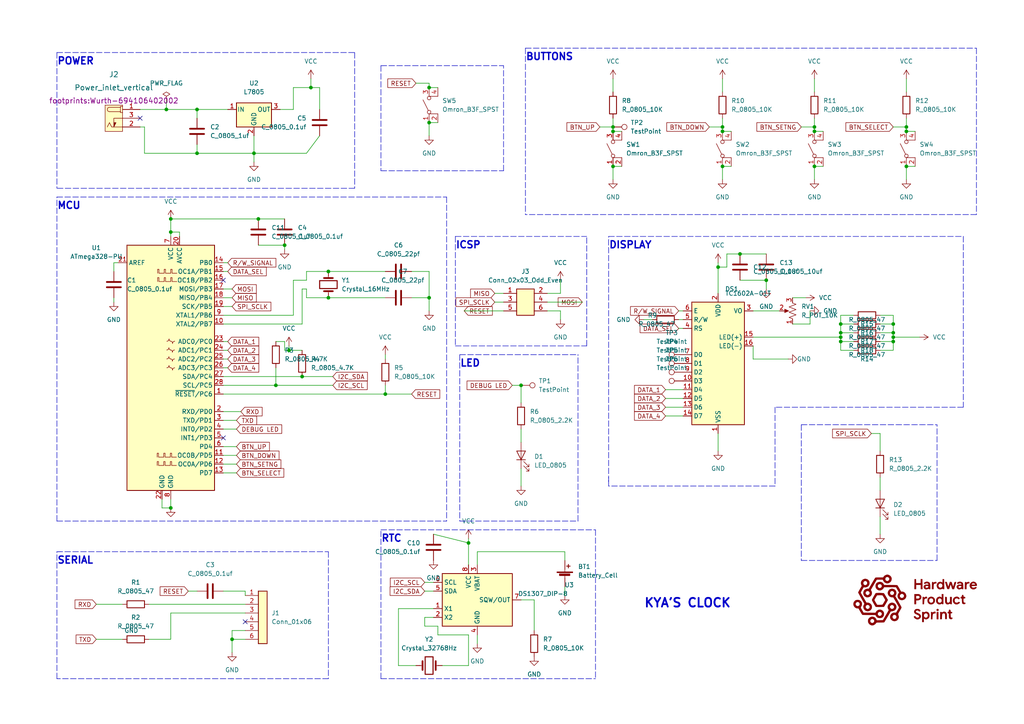
<source format=kicad_sch>
(kicad_sch (version 20211123) (generator eeschema)
  (paper "A4")
  (junction (at 259.08 97.79))
  (junction (at 135.89 157.48))
  (junction (at 262.89 38.1))
  (junction (at 243.84 99.06))
  (junction (at 48.26 31.75))
  (junction (at 49.53 63.5))
  (junction (at 83.82 101.6))
  (junction (at 209.55 48.26))
  (junction (at 236.22 36.83))
  (junction (at 90.17 25.4))
  (junction (at 87.63 109.22))
  (junction (at 259.08 99.06))
  (junction (at 74.93 63.5))
  (junction (at 236.22 48.26))
  (junction (at 177.8 38.1))
  (junction (at 49.53 147.32))
  (junction (at 236.22 38.1))
  (junction (at 124.46 35.56))
  (junction (at 177.8 36.83))
  (junction (at 209.55 36.83))
  (junction (at 67.31 185.42))
  (junction (at 259.08 96.52))
  (junction (at 262.89 36.83))
  (junction (at 243.84 93.98))
  (junction (at 82.55 71.12))
  (junction (at 243.84 96.52))
  (junction (at 80.01 111.76))
  (junction (at 243.84 97.79))
  (junction (at 124.46 25.4))
  (junction (at 177.8 48.26))
  (junction (at 95.25 78.74))
  (junction (at 222.25 81.28))
  (junction (at 111.76 114.3))
  (junction (at 57.15 31.75))
  (junction (at 73.66 44.45))
  (junction (at 57.15 44.45))
  (junction (at 259.08 93.98))
  (junction (at 124.46 86.36))
  (junction (at 214.63 73.66))
  (junction (at 262.89 48.26))
  (junction (at 95.25 86.36))
  (junction (at 49.53 67.31))
  (junction (at 208.28 77.47))
  (junction (at 209.55 38.1))
  (junction (at 151.13 111.76))
  (no_connect (at 40.64 34.29))
  (no_connect (at 71.12 180.34))
  (no_connect (at 64.77 81.28))
  (no_connect (at 64.77 127))
  (wire (pts (xy 208.28 76.2) (xy 208.28 77.47)))
  (wire (pts (xy 229.87 93.98) (xy 234.95 93.98)))
  (wire (pts (xy 209.55 22.86) (xy 209.55 26.67)))
  (wire (pts (xy 46.99 144.78) (xy 46.99 147.32)))
  (wire (pts (xy 64.77 134.62) (xy 68.58 134.62)))
  (wire (pts (xy 158.75 90.17) (xy 162.56 90.17)))
  (wire (pts (xy 208.28 77.47) (xy 208.28 85.09)))
  (wire (pts (xy 67.31 182.88) (xy 67.31 185.42)))
  (polyline (pts (xy 176.53 68.58) (xy 279.4 68.58)))
  (wire (pts (xy 88.9 81.28) (xy 88.9 78.74)))
  (wire (pts (xy 151.13 111.76) (xy 151.13 116.84)))
  (wire (pts (xy 43.18 185.42) (xy 49.53 185.42)))
  (wire (pts (xy 243.84 97.79) (xy 243.84 99.06)))
  (polyline (pts (xy 16.51 160.02) (xy 95.25 160.02)))
  (wire (pts (xy 49.53 185.42) (xy 49.53 177.8)))
  (wire (pts (xy 162.56 85.09) (xy 162.56 81.28)))
  (wire (pts (xy 41.91 44.45) (xy 57.15 44.45)))
  (wire (pts (xy 83.82 100.33) (xy 83.82 101.6)))
  (wire (pts (xy 209.55 34.29) (xy 209.55 36.83)))
  (wire (pts (xy 64.77 124.46) (xy 68.58 124.46)))
  (wire (pts (xy 123.19 181.61) (xy 123.19 179.07)))
  (wire (pts (xy 87.63 83.82) (xy 88.9 83.82)))
  (wire (pts (xy 64.77 132.08) (xy 68.58 132.08)))
  (wire (pts (xy 92.71 25.4) (xy 90.17 25.4)))
  (wire (pts (xy 88.9 78.74) (xy 95.25 78.74)))
  (wire (pts (xy 255.27 99.06) (xy 259.08 99.06)))
  (polyline (pts (xy 133.35 102.87) (xy 133.35 151.13)))
  (wire (pts (xy 262.89 34.29) (xy 262.89 36.83)))
  (wire (pts (xy 151.13 173.99) (xy 154.94 173.99)))
  (wire (pts (xy 124.46 86.36) (xy 124.46 90.17)))
  (polyline (pts (xy 271.78 162.56) (xy 271.78 123.19)))
  (wire (pts (xy 80.01 106.68) (xy 80.01 111.76)))
  (wire (pts (xy 259.08 97.79) (xy 259.08 99.06)))
  (polyline (pts (xy 110.49 49.53) (xy 146.05 49.53)))
  (wire (pts (xy 57.15 41.91) (xy 57.15 44.45)))
  (wire (pts (xy 67.31 185.42) (xy 67.31 189.23)))
  (wire (pts (xy 127 181.61) (xy 123.19 181.61)))
  (wire (pts (xy 135.89 193.04) (xy 135.89 184.15)))
  (wire (pts (xy 64.77 109.22) (xy 87.63 109.22)))
  (polyline (pts (xy 167.64 151.13) (xy 167.64 102.87)))
  (wire (pts (xy 123.19 171.45) (xy 125.73 171.45)))
  (wire (pts (xy 158.75 87.63) (xy 168.91 87.63)))
  (wire (pts (xy 135.89 184.15) (xy 127 184.15)))
  (wire (pts (xy 48.26 29.21) (xy 48.26 31.75)))
  (wire (pts (xy 209.55 48.26) (xy 209.55 52.07)))
  (wire (pts (xy 68.58 121.92) (xy 64.77 121.92)))
  (wire (pts (xy 74.93 63.5) (xy 82.55 63.5)))
  (wire (pts (xy 64.77 137.16) (xy 68.58 137.16)))
  (wire (pts (xy 71.12 182.88) (xy 67.31 182.88)))
  (polyline (pts (xy 16.51 160.02) (xy 17.78 160.02)))
  (polyline (pts (xy 110.49 153.67) (xy 172.72 153.67)))
  (wire (pts (xy 243.84 93.98) (xy 247.65 93.98)))
  (wire (pts (xy 177.8 22.86) (xy 177.8 26.67)))
  (wire (pts (xy 218.44 100.33) (xy 218.44 104.14)))
  (wire (pts (xy 243.84 96.52) (xy 247.65 96.52)))
  (wire (pts (xy 193.04 115.57) (xy 198.12 115.57)))
  (wire (pts (xy 40.64 36.83) (xy 41.91 36.83)))
  (wire (pts (xy 119.38 78.74) (xy 124.46 78.74)))
  (wire (pts (xy 243.84 97.79) (xy 218.44 97.79)))
  (wire (pts (xy 163.83 160.02) (xy 163.83 162.56)))
  (wire (pts (xy 218.44 104.14) (xy 228.6 104.14)))
  (wire (pts (xy 209.55 48.26) (xy 212.09 48.26)))
  (wire (pts (xy 233.68 86.36) (xy 229.87 86.36)))
  (polyline (pts (xy 129.54 57.15) (xy 129.54 151.13)))
  (wire (pts (xy 255.27 125.73) (xy 255.27 130.81)))
  (wire (pts (xy 82.55 99.06) (xy 82.55 101.6)))
  (wire (pts (xy 95.25 86.36) (xy 111.76 86.36)))
  (wire (pts (xy 48.26 31.75) (xy 57.15 31.75)))
  (wire (pts (xy 214.63 81.28) (xy 222.25 81.28)))
  (wire (pts (xy 40.64 31.75) (xy 48.26 31.75)))
  (wire (pts (xy 128.27 193.04) (xy 135.89 193.04)))
  (polyline (pts (xy 132.08 68.58) (xy 170.18 68.58)))
  (wire (pts (xy 74.93 71.12) (xy 82.55 71.12)))
  (wire (pts (xy 193.04 113.03) (xy 198.12 113.03)))
  (polyline (pts (xy 232.41 162.56) (xy 271.78 162.56)))
  (polyline (pts (xy 132.08 68.58) (xy 132.08 100.33)))
  (wire (pts (xy 124.46 25.4) (xy 127 25.4)))
  (wire (pts (xy 64.77 93.98) (xy 87.63 93.98)))
  (wire (pts (xy 115.57 176.53) (xy 115.57 193.04)))
  (wire (pts (xy 41.91 36.83) (xy 41.91 44.45)))
  (wire (pts (xy 124.46 24.13) (xy 124.46 25.4)))
  (wire (pts (xy 196.85 95.25) (xy 198.12 95.25)))
  (wire (pts (xy 236.22 22.86) (xy 236.22 26.67)))
  (wire (pts (xy 80.01 99.06) (xy 82.55 99.06)))
  (wire (pts (xy 85.09 31.75) (xy 85.09 25.4)))
  (polyline (pts (xy 133.35 151.13) (xy 167.64 151.13)))
  (polyline (pts (xy 279.4 118.11) (xy 224.79 118.11)))
  (wire (pts (xy 46.99 147.32) (xy 49.53 147.32)))
  (wire (pts (xy 54.61 171.45) (xy 57.15 171.45)))
  (wire (pts (xy 262.89 36.83) (xy 262.89 38.1)))
  (polyline (pts (xy 224.79 118.11) (xy 224.79 140.97)))
  (wire (pts (xy 33.02 76.2) (xy 34.29 76.2)))
  (wire (pts (xy 64.77 88.9) (xy 67.31 88.9)))
  (wire (pts (xy 64.77 111.76) (xy 80.01 111.76)))
  (wire (pts (xy 236.22 34.29) (xy 236.22 36.83)))
  (wire (pts (xy 243.84 99.06) (xy 247.65 99.06)))
  (wire (pts (xy 259.08 91.44) (xy 259.08 93.98)))
  (wire (pts (xy 73.66 39.37) (xy 73.66 44.45)))
  (polyline (pts (xy 176.53 139.7) (xy 176.53 68.58)))
  (wire (pts (xy 259.08 99.06) (xy 259.08 101.6)))
  (wire (pts (xy 210.82 73.66) (xy 214.63 73.66)))
  (wire (pts (xy 119.38 86.36) (xy 124.46 86.36)))
  (wire (pts (xy 57.15 31.75) (xy 57.15 34.29)))
  (wire (pts (xy 255.27 138.43) (xy 255.27 142.24)))
  (wire (pts (xy 232.41 36.83) (xy 236.22 36.83)))
  (wire (pts (xy 33.02 78.74) (xy 33.02 76.2)))
  (wire (pts (xy 95.25 78.74) (xy 111.76 78.74)))
  (wire (pts (xy 49.53 144.78) (xy 49.53 147.32)))
  (wire (pts (xy 177.8 36.83) (xy 177.8 38.1)))
  (wire (pts (xy 85.09 25.4) (xy 90.17 25.4)))
  (polyline (pts (xy 224.79 140.97) (xy 176.53 140.97)))
  (wire (pts (xy 162.56 90.17) (xy 162.56 92.71)))
  (wire (pts (xy 154.94 173.99) (xy 154.94 182.88)))
  (wire (pts (xy 92.71 39.37) (xy 88.9 44.45)))
  (wire (pts (xy 163.83 170.18) (xy 163.83 172.72)))
  (wire (pts (xy 138.43 160.02) (xy 138.43 163.83)))
  (wire (pts (xy 115.57 193.04) (xy 120.65 193.04)))
  (wire (pts (xy 43.18 175.26) (xy 71.12 175.26)))
  (wire (pts (xy 255.27 93.98) (xy 259.08 93.98)))
  (wire (pts (xy 236.22 48.26) (xy 236.22 52.07)))
  (wire (pts (xy 259.08 96.52) (xy 259.08 97.79)))
  (wire (pts (xy 243.84 101.6) (xy 247.65 101.6)))
  (polyline (pts (xy 110.49 19.05) (xy 146.05 19.05)))
  (wire (pts (xy 66.04 78.74) (xy 64.77 78.74)))
  (polyline (pts (xy 16.51 196.85) (xy 16.51 160.02)))
  (polyline (pts (xy 110.49 196.85) (xy 172.72 196.85)))
  (wire (pts (xy 95.25 86.36) (xy 88.9 86.36)))
  (wire (pts (xy 64.77 86.36) (xy 67.31 86.36)))
  (wire (pts (xy 27.94 175.26) (xy 35.56 175.26)))
  (wire (pts (xy 193.04 120.65) (xy 198.12 120.65)))
  (polyline (pts (xy 16.51 151.13) (xy 16.51 57.15)))
  (wire (pts (xy 186.69 92.71) (xy 189.23 92.71)))
  (wire (pts (xy 262.89 48.26) (xy 262.89 52.07)))
  (wire (pts (xy 69.85 119.38) (xy 64.77 119.38)))
  (wire (pts (xy 138.43 184.15) (xy 138.43 186.69)))
  (wire (pts (xy 209.55 36.83) (xy 209.55 38.1)))
  (wire (pts (xy 111.76 114.3) (xy 64.77 114.3)))
  (wire (pts (xy 151.13 124.46) (xy 151.13 128.27)))
  (polyline (pts (xy 232.41 123.19) (xy 232.41 162.56)))
  (polyline (pts (xy 16.51 57.15) (xy 129.54 57.15)))
  (wire (pts (xy 64.77 129.54) (xy 68.58 129.54)))
  (wire (pts (xy 64.77 91.44) (xy 85.09 91.44)))
  (wire (pts (xy 49.53 63.5) (xy 49.53 67.31)))
  (wire (pts (xy 57.15 31.75) (xy 66.04 31.75)))
  (wire (pts (xy 243.84 99.06) (xy 243.84 101.6)))
  (polyline (pts (xy 102.87 15.24) (xy 102.87 54.61)))
  (wire (pts (xy 123.19 179.07) (xy 125.73 179.07)))
  (wire (pts (xy 124.46 78.74) (xy 124.46 86.36)))
  (wire (pts (xy 49.53 67.31) (xy 52.07 67.31)))
  (wire (pts (xy 33.02 86.36) (xy 33.02 87.63)))
  (wire (pts (xy 177.8 34.29) (xy 177.8 36.83)))
  (wire (pts (xy 49.53 177.8) (xy 71.12 177.8)))
  (wire (pts (xy 163.83 160.02) (xy 138.43 160.02)))
  (polyline (pts (xy 152.4 13.97) (xy 152.4 62.23)))
  (wire (pts (xy 243.84 93.98) (xy 243.84 96.52)))
  (wire (pts (xy 255.27 149.86) (xy 255.27 154.94)))
  (wire (pts (xy 177.8 48.26) (xy 180.34 48.26)))
  (wire (pts (xy 123.19 168.91) (xy 125.73 168.91)))
  (wire (pts (xy 196.85 90.17) (xy 198.12 90.17)))
  (wire (pts (xy 259.08 97.79) (xy 266.7 97.79)))
  (wire (pts (xy 209.55 38.1) (xy 212.09 38.1)))
  (polyline (pts (xy 102.87 54.61) (xy 16.51 54.61)))
  (polyline (pts (xy 170.18 100.33) (xy 170.18 68.58)))
  (wire (pts (xy 64.77 104.14) (xy 66.04 104.14)))
  (wire (pts (xy 124.46 35.56) (xy 124.46 39.37)))
  (wire (pts (xy 96.52 109.22) (xy 87.63 109.22)))
  (wire (pts (xy 49.53 63.5) (xy 74.93 63.5)))
  (wire (pts (xy 81.28 31.75) (xy 85.09 31.75)))
  (wire (pts (xy 259.08 93.98) (xy 259.08 96.52)))
  (polyline (pts (xy 95.25 196.85) (xy 16.51 196.85)))
  (wire (pts (xy 80.01 111.76) (xy 96.52 111.76)))
  (wire (pts (xy 120.65 24.13) (xy 124.46 24.13)))
  (wire (pts (xy 234.95 93.98) (xy 234.95 90.17)))
  (wire (pts (xy 90.17 22.86) (xy 90.17 25.4)))
  (polyline (pts (xy 283.21 13.97) (xy 283.21 62.23)))
  (wire (pts (xy 67.31 185.42) (xy 71.12 185.42)))
  (polyline (pts (xy 172.72 153.67) (xy 172.72 196.85)))
  (wire (pts (xy 82.55 101.6) (xy 83.82 101.6)))
  (wire (pts (xy 119.38 114.3) (xy 111.76 114.3)))
  (wire (pts (xy 83.82 101.6) (xy 87.63 101.6)))
  (wire (pts (xy 255.27 91.44) (xy 259.08 91.44)))
  (wire (pts (xy 92.71 31.75) (xy 92.71 25.4)))
  (wire (pts (xy 259.08 36.83) (xy 262.89 36.83)))
  (polyline (pts (xy 132.08 100.33) (xy 170.18 100.33)))
  (polyline (pts (xy 152.4 13.97) (xy 283.21 13.97)))
  (wire (pts (xy 64.77 83.82) (xy 67.31 83.82)))
  (wire (pts (xy 64.77 99.06) (xy 66.04 99.06)))
  (wire (pts (xy 127 184.15) (xy 127 181.61)))
  (wire (pts (xy 236.22 38.1) (xy 238.76 38.1)))
  (wire (pts (xy 173.99 36.83) (xy 177.8 36.83)))
  (wire (pts (xy 262.89 22.86) (xy 262.89 26.67)))
  (wire (pts (xy 214.63 73.66) (xy 222.25 73.66)))
  (polyline (pts (xy 16.51 151.13) (xy 129.54 151.13)))
  (wire (pts (xy 158.75 85.09) (xy 162.56 85.09)))
  (wire (pts (xy 262.89 38.1) (xy 265.43 38.1)))
  (wire (pts (xy 64.77 171.45) (xy 71.12 171.45)))
  (wire (pts (xy 52.07 67.31) (xy 52.07 68.58)))
  (wire (pts (xy 143.51 87.63) (xy 146.05 87.63)))
  (wire (pts (xy 236.22 36.83) (xy 236.22 38.1)))
  (wire (pts (xy 125.73 154.94) (xy 135.89 157.48)))
  (wire (pts (xy 82.55 71.12) (xy 82.55 72.39)))
  (polyline (pts (xy 232.41 123.19) (xy 271.78 123.19)))
  (wire (pts (xy 49.53 67.31) (xy 49.53 68.58)))
  (wire (pts (xy 236.22 48.26) (xy 238.76 48.26)))
  (wire (pts (xy 57.15 44.45) (xy 73.66 44.45)))
  (wire (pts (xy 151.13 135.89) (xy 151.13 140.97)))
  (wire (pts (xy 143.51 85.09) (xy 146.05 85.09)))
  (polyline (pts (xy 110.49 19.05) (xy 110.49 49.53)))
  (wire (pts (xy 148.59 111.76) (xy 151.13 111.76)))
  (wire (pts (xy 177.8 38.1) (xy 180.34 38.1)))
  (wire (pts (xy 27.94 185.42) (xy 35.56 185.42)))
  (wire (pts (xy 73.66 44.45) (xy 88.9 44.45)))
  (wire (pts (xy 208.28 125.73) (xy 208.28 130.81)))
  (wire (pts (xy 243.84 96.52) (xy 243.84 97.79)))
  (polyline (pts (xy 16.51 15.24) (xy 102.87 15.24)))
  (wire (pts (xy 66.04 76.2) (xy 64.77 76.2)))
  (wire (pts (xy 88.9 83.82) (xy 88.9 86.36)))
  (wire (pts (xy 135.89 157.48) (xy 135.89 163.83)))
  (wire (pts (xy 243.84 91.44) (xy 243.84 93.98)))
  (wire (pts (xy 177.8 48.26) (xy 177.8 52.07)))
  (wire (pts (xy 111.76 111.76) (xy 111.76 114.3)))
  (wire (pts (xy 226.06 90.17) (xy 218.44 90.17)))
  (wire (pts (xy 64.77 106.68) (xy 66.04 106.68)))
  (wire (pts (xy 222.25 81.28) (xy 222.25 83.82)))
  (wire (pts (xy 262.89 48.26) (xy 265.43 48.26)))
  (wire (pts (xy 64.77 101.6) (xy 66.04 101.6)))
  (wire (pts (xy 252.73 125.73) (xy 255.27 125.73)))
  (wire (pts (xy 111.76 104.14) (xy 111.76 102.87)))
  (wire (pts (xy 134.62 90.17) (xy 146.05 90.17)))
  (wire (pts (xy 196.85 92.71) (xy 198.12 92.71)))
  (polyline (pts (xy 110.49 196.85) (xy 110.49 153.67)))
  (wire (pts (xy 193.04 118.11) (xy 198.12 118.11)))
  (wire (pts (xy 210.82 77.47) (xy 210.82 73.66)))
  (polyline (pts (xy 95.25 160.02) (xy 95.25 196.85)))
  (wire (pts (xy 71.12 171.45) (xy 71.12 172.72)))
  (polyline (pts (xy 16.51 15.24) (xy 16.51 54.61)))
  (polyline (pts (xy 283.21 62.23) (xy 152.4 62.23)))
  (wire (pts (xy 255.27 96.52) (xy 259.08 96.52)))
  (polyline (pts (xy 133.35 102.87) (xy 167.64 102.87)))
  (wire (pts (xy 85.09 81.28) (xy 88.9 81.28)))
  (polyline (pts (xy 146.05 49.53) (xy 146.05 19.05)))
  (polyline (pts (xy 279.4 68.58) (xy 279.4 118.11)))
  (wire (pts (xy 87.63 93.98) (xy 87.63 83.82)))
  (wire (pts (xy 124.46 35.56) (xy 127 35.56)))
  (wire (pts (xy 259.08 101.6) (xy 255.27 101.6)))
  (wire (pts (xy 247.65 91.44) (xy 243.84 91.44)))
  (wire (pts (xy 85.09 91.44) (xy 85.09 81.28)))
  (wire (pts (xy 135.89 156.21) (xy 135.89 157.48)))
  (wire (pts (xy 73.66 44.45) (xy 73.66 46.99)))
  (wire (pts (xy 205.74 36.83) (xy 209.55 36.83)))
  (wire (pts (xy 125.73 176.53) (xy 115.57 176.53)))
  (wire (pts (xy 208.28 77.47) (xy 210.82 77.47)))
  (polyline (pts (xy 176.53 140.97) (xy 176.53 138.43)))
  (text "BUTTONS" (at 152.4 17.78 0) (effects (font (size 2.032 2.032) bold) (justify left bottom)))
  (text "LED" (at 133.35 106.68 0) (effects (font (size 2.032 2.032) (thickness 0.4064) bold) (justify left bottom)))
  (text "RTC" (at 110.49 157.48 0) (effects (font (size 2.032 2.032) bold) (justify left bottom)))
  (text "SERIAL\n" (at 16.51 163.83 0) (effects (font (size 2.032 2.032) (thickness 0.4064) bold) (justify left bottom)))
  (text "ICSP" (at 132.08 72.39 0) (effects (font (size 2.032 2.032) (thickness 0.4064) bold) (justify left bottom)))
  (text "MCU" (at 16.51 60.96 0) (effects (font (size 2.032 2.032) (thickness 0.4064) bold) (justify left bottom)))
  (text "KYA'S CLOCK" (at 186.69 176.53 0) (effects (font (size 2.54 2.54) bold) (justify left bottom)))
  (text "DISPLAY" (at 176.53 72.39 0) (effects (font (size 2.032 2.032) bold) (justify left bottom)))
  (text "POWER" (at 16.51 19.05 0) (effects (font (size 2.032 2.032) bold) (justify left bottom)))
  (global_label "DATA_2" (shape input) (at 193.04 115.57 180) (property "Intersheet References" "${INTERSHEET_REFS}" (effects hide)))
  (global_label "DEBUG LED" (shape input) (at 148.59 111.76 180) (property "Intersheet References" "${INTERSHEET_REFS}" (effects hide)))
  (global_label "BTN_SETNG" (shape input) (at 68.58 134.62 0) (property "Intersheet References" "${INTERSHEET_REFS}" (effects hide)))
  (global_label "TXD" (shape input) (at 68.58 121.92 0) (property "Intersheet References" "${INTERSHEET_REFS}" (effects hide)))
  (global_label "BTN_DOWN" (shape input) (at 68.58 132.08 0) (property "Intersheet References" "${INTERSHEET_REFS}" (effects hide)))
  (global_label "BTN_SELECT" (shape input) (at 68.58 137.16 0) (property "Intersheet References" "${INTERSHEET_REFS}" (effects hide)))
  (global_label "RXD" (shape input) (at 27.94 175.26 180) (property "Intersheet References" "${INTERSHEET_REFS}" (effects hide)))
  (global_label "SPI_SCLK" (shape input) (at 252.73 125.73 180) (property "Intersheet References" "${INTERSHEET_REFS}" (effects hide)))
  (global_label "BTN_UP" (shape input) (at 68.58 129.54 0) (property "Intersheet References" "${INTERSHEET_REFS}" (effects hide)))
  (global_label "DATA_4" (shape input) (at 66.04 106.68 0) (property "Intersheet References" "${INTERSHEET_REFS}" (effects hide)))
  (global_label "R{slash}W_SIGNAL" (shape input) (at 196.85 90.17 180) (property "Intersheet References" "${INTERSHEET_REFS}" (effects hide)))
  (global_label "MISO" (shape input) (at 143.51 85.09 180) (property "Intersheet References" "${INTERSHEET_REFS}" (effects hide)))
  (global_label "MOSI" (shape input) (at 168.91 87.63 180) (property "Intersheet References" "${INTERSHEET_REFS}" (effects hide)))
  (global_label "DATA_3" (shape input) (at 193.04 118.11 180) (property "Intersheet References" "${INTERSHEET_REFS}" (effects hide)))
  (global_label "BTN_SETNG" (shape input) (at 232.41 36.83 180) (property "Intersheet References" "${INTERSHEET_REFS}" (effects hide)))
  (global_label "BTN_DOWN" (shape input) (at 205.74 36.83 180) (property "Intersheet References" "${INTERSHEET_REFS}" (effects hide)))
  (global_label "DATA_SEL" (shape input) (at 66.04 78.74 0) (property "Intersheet References" "${INTERSHEET_REFS}" (effects hide)))
  (global_label "I2C_SDA" (shape input) (at 123.19 171.45 180) (property "Intersheet References" "${INTERSHEET_REFS}" (effects hide)))
  (global_label "DEBUG LED" (shape input) (at 68.58 124.46 0) (property "Intersheet References" "${INTERSHEET_REFS}" (effects hide)))
  (global_label "RESET" (shape input) (at 134.62 90.17 0) (property "Intersheet References" "${INTERSHEET_REFS}" (effects hide)))
  (global_label "BTN_SELECT" (shape input) (at 259.08 36.83 180) (property "Intersheet References" "${INTERSHEET_REFS}" (effects hide)))
  (global_label "I2C_SDA" (shape input) (at 96.52 109.22 0) (property "Intersheet References" "${INTERSHEET_REFS}" (effects hide)))
  (global_label "DATA_4" (shape input) (at 193.04 120.65 180) (property "Intersheet References" "${INTERSHEET_REFS}" (effects hide)))
  (global_label "RESET" (shape input) (at 120.65 24.13 180) (property "Intersheet References" "${INTERSHEET_REFS}" (effects hide)))
  (global_label "DATA_1" (shape input) (at 193.04 113.03 180) (property "Intersheet References" "${INTERSHEET_REFS}" (effects hide)))
  (global_label "DATA_SEL" (shape input) (at 196.85 95.25 180) (property "Intersheet References" "${INTERSHEET_REFS}" (effects hide)))
  (global_label "I2C_SCL" (shape input) (at 123.19 168.91 180) (property "Intersheet References" "${INTERSHEET_REFS}" (effects hide)))
  (global_label "RXD" (shape input) (at 69.85 119.38 0) (property "Intersheet References" "${INTERSHEET_REFS}" (effects hide)))
  (global_label "I2C_SCL" (shape input) (at 96.52 111.76 0) (property "Intersheet References" "${INTERSHEET_REFS}" (effects hide)))
  (global_label "MISO" (shape input) (at 67.31 86.36 0) (property "Intersheet References" "${INTERSHEET_REFS}" (effects hide)))
  (global_label "SPI_SCLK" (shape input) (at 143.51 87.63 180) (property "Intersheet References" "${INTERSHEET_REFS}" (effects hide)))
  (global_label "DATA_3" (shape input) (at 66.04 104.14 0) (property "Intersheet References" "${INTERSHEET_REFS}" (effects hide)))
  (global_label "R{slash}W_SIGNAL" (shape input) (at 66.04 76.2 0) (property "Intersheet References" "${INTERSHEET_REFS}" (effects hide)))
  (global_label "MOSI" (shape input) (at 67.31 83.82 0) (property "Intersheet References" "${INTERSHEET_REFS}" (effects hide)))
  (global_label "DATA_2" (shape input) (at 66.04 101.6 0) (property "Intersheet References" "${INTERSHEET_REFS}" (effects hide)))
  (global_label "BTN_UP" (shape input) (at 173.99 36.83 180) (property "Intersheet References" "${INTERSHEET_REFS}" (effects hide)))
  (global_label "RESET" (shape input) (at 119.38 114.3 0) (property "Intersheet References" "${INTERSHEET_REFS}" (effects hide)))
  (global_label "DATA_1" (shape input) (at 66.04 99.06 0) (property "Intersheet References" "${INTERSHEET_REFS}" (effects hide)))
  (global_label "TXD" (shape input) (at 27.94 185.42 180) (property "Intersheet References" "${INTERSHEET_REFS}" (effects hide)))
  (global_label "RESET" (shape input) (at 54.61 171.45 180) (property "Intersheet References" "${INTERSHEET_REFS}" (effects hide)))
  (global_label "SPI_SCLK" (shape input) (at 67.31 88.9 0) (property "Intersheet References" "${INTERSHEET_REFS}" (effects hide)))
  (symbol (lib_id "HPS:Conn_02x03_Odd_Even") (at 152.4 88.9 0) (unit 1)
    (property "Reference" "J3" (at 152.4 78.74 0))
    (property "Value" "Conn_02x03_Odd_Even" (at 152.4 81.28 0))
    (property "Footprint" "footprints:PinHeader_2x03_P2.54mm_Vertical" (effects hide))
    (property "Datasheet" "https://drawings-pdf.s3.amazonaws.com/11636.pdf" (effects hide))
    (property "MFG" "Sullins Connector Solutions" (effects hide))
    (property "MPN" "PRPC003DAAN-RC" (effects hide))
    (property "Digikey PN" "S2011EC-03-ND" (effects hide))
    (property "Mouser PN" "N/A" (effects hide))
  )
  (symbol (lib_id "HPS:GND") (at 125.73 162.56 0) (unit 1)
    (property "Reference" "#PWR0132" (effects hide))
    (property "Value" "GND" (at 125.73 167.64 0))
  )
  (symbol (lib_id "HPS:C_0805_0.1uf") (at 82.55 67.31 0) (unit 1)
    (property "Reference" "C4" (at 86.36 66.0399 0) (effects (justify left)))
    (property "Value" "C_0805_0.1uf" (at 86.36 68.5799 0) (effects (justify left)))
    (property "Footprint" "footprints:C_0805_2012Metric" (effects hide))
    (property "Datasheet" "https://datasheets.avx.com/X7RDielectric.pdf" (effects hide))
    (property "MFG" "AVX Corporation" (effects hide))
    (property "MPN" "08055C104KAT2A" (effects hide))
    (property "Digikey PN" "478-1395-1-ND" (effects hide))
    (property "Mouser PN" "N/A" (effects hide))
    (property "Voltage" "N/A" (effects hide))
    (property "Dielectric" "N/A" (effects hide))
    (property "Tolerance" "N/A" (effects hide))
  )
  (symbol (lib_id "HPS:GND") (at 222.25 83.82 0) (unit 1)
    (property "Reference" "#PWR0134" (effects hide))
    (property "Value" "GND" (at 222.25 88.9 0))
  )
  (symbol (lib_id "HPS:GND") (at 177.8 52.07 0) (unit 1)
    (property "Reference" "#PWR0121" (effects hide))
    (property "Value" "GND" (at 177.8 57.15 0))
  )
  (symbol (lib_id "HPS:C_0805_10uf") (at 222.25 77.47 0) (unit 1)
    (property "Reference" "C13" (at 226.06 76.1999 0) (effects (justify left)))
    (property "Value" "C_0805_10uf" (at 226.06 78.7399 0) (effects (justify left)))
    (property "Footprint" "footprints:C_0805_2012Metric" (effects hide))
    (property "Datasheet" "https://search.murata.co.jp/Ceramy/image/img/A01X/G101/ENG/GRM21BR61E106KA73-01.pdf" (effects hide))
    (property "MFG" "Murata Electronics" (effects hide))
    (property "MPN" "GRM21BR61E106KA73L" (effects hide))
    (property "Digikey PN" "490-5523-1-ND" (effects hide))
    (property "Mouser PN" "N/A" (effects hide))
    (property "Voltage" "N/A" (effects hide))
    (property "Dielectric" "N/A" (effects hide))
    (property "Tolerance" "N/A" (effects hide))
  )
  (symbol (lib_id "HPS:GND") (at 236.22 52.07 0) (unit 1)
    (property "Reference" "#PWR0124" (effects hide))
    (property "Value" "GND" (at 236.22 57.15 0))
  )
  (symbol (lib_id "HPS:Omron_B3F_SPST") (at 177.8 43.18 90) (unit 1)
    (property "Reference" "SW1" (at 181.61 41.9099 90) (effects (justify right)))
    (property "Value" "Omron_B3F_SPST" (at 181.61 44.4499 90) (effects (justify right)))
    (property "Footprint" "footprints:SW_SPST_Omron_B3FS-100xP" (effects hide))
    (property "Datasheet" "https://omronfs.omron.com/en_US/ecb/products/pdf/en-b3fs.pdf" (effects hide))
    (property "MFG" "Omron Electronics Inc-EMC Div" (effects hide))
    (property "MPN" "B3FS-1000P" (effects hide))
    (property "Digikey PN" "SW423CT-ND" (effects hide))
    (property "Mouser PN" "N/A" (effects hide))
  )
  (symbol (lib_id "HPS:GND") (at 228.6 104.14 90) (mirror x) (unit 1)
    (property "Reference" "#PWR0126" (effects hide))
    (property "Value" "GND" (at 231.14 104.14 90) (effects (justify right)))
  )
  (symbol (lib_id "HPS:GND") (at 209.55 52.07 0) (unit 1)
    (property "Reference" "#PWR0120" (effects hide))
    (property "Value" "GND" (at 209.55 57.15 0))
  )
  (symbol (lib_id "HPS:GND") (at 234.95 90.17 90) (unit 1)
    (property "Reference" "#PWR0129" (effects hide))
    (property "Value" "GND" (at 238.76 90.1699 90) (effects (justify right)))
  )
  (symbol (lib_id "HPS:C_0805_1uf") (at 57.15 38.1 0) (unit 1)
    (property "Reference" "C2" (at 60.96 36.8299 0) (effects (justify left)))
    (property "Value" "C_0805_1uf" (at 60.96 39.3699 0) (effects (justify left)))
    (property "Footprint" "footprints:C_0805_2012Metric" (effects hide))
    (property "Datasheet" "https://www.yageo.com/upload/media/product/productsearch/datasheet/mlcc/UPY-GPHC_X7R_6.3V-to-50V_18.pdf" (effects hide))
    (property "MFG" "Yageo" (effects hide))
    (property "MPN" "CC0805KKX7R8BB105" (effects hide))
    (property "Digikey PN" "311-1456-1-ND" (effects hide))
    (property "Mouser PN" "N/A" (effects hide))
    (property "Voltage" "N/A" (effects hide))
    (property "Dielectric" "N/A" (effects hide))
    (property "Tolerance" "N/A" (effects hide))
  )
  (symbol (lib_id "HPS:C_0805_0.1uf") (at 60.96 171.45 270) (unit 1)
    (property "Reference" "C3" (at 60.96 163.83 90))
    (property "Value" "C_0805_0.1uf" (at 60.96 166.37 90))
    (property "Footprint" "footprints:C_0805_2012Metric" (effects hide))
    (property "Datasheet" "https://datasheets.avx.com/X7RDielectric.pdf" (effects hide))
    (property "MFG" "AVX Corporation" (effects hide))
    (property "MPN" "08055C104KAT2A" (effects hide))
    (property "Digikey PN" "478-1395-1-ND" (effects hide))
    (property "Mouser PN" "N/A" (effects hide))
    (property "Voltage" "N/A" (effects hide))
    (property "Dielectric" "N/A" (effects hide))
    (property "Tolerance" "N/A" (effects hide))
  )
  (symbol (lib_id "HPS:VCC") (at 208.28 76.2 0) (unit 1)
    (property "Reference" "#PWR0127" (effects hide))
    (property "Value" "VCC" (at 208.28 71.12 0))
  )
  (symbol (lib_id "HPS:VCC") (at 135.89 156.21 0) (unit 1)
    (property "Reference" "#PWR0111" (effects hide))
    (property "Value" "VCC" (at 135.89 151.13 0))
  )
  (symbol (lib_id "HPS:C_0805_0.1uf") (at 214.63 77.47 0) (unit 1)
    (property "Reference" "C12" (at 218.44 77.4699 0) (effects (justify left)))
    (property "Value" "C_0805_0.1uf" (at 218.44 78.7399 0) (effects (justify left)))
    (property "Footprint" "footprints:C_0805_2012Metric" (effects hide))
    (property "Datasheet" "https://datasheets.avx.com/X7RDielectric.pdf" (effects hide))
    (property "MFG" "AVX Corporation" (effects hide))
    (property "MPN" "08055C104KAT2A" (effects hide))
    (property "Digikey PN" "478-1395-1-ND" (effects hide))
    (property "Mouser PN" "N/A" (effects hide))
    (property "Voltage" "N/A" (effects hide))
    (property "Dielectric" "N/A" (effects hide))
    (property "Tolerance" "N/A" (effects hide))
  )
  (symbol (lib_id "HPS:C_0805_22pf") (at 115.57 78.74 90) (unit 1)
    (property "Reference" "C6" (at 115.57 71.12 90))
    (property "Value" "C_0805_22pf" (at 115.57 73.66 90))
    (property "Footprint" "footprints:C_0805_2012Metric" (effects hide))
    (property "Datasheet" "https://www.yageo.com/upload/media/product/productsearch/datasheet/mlcc/UPY-GP_NP0_16V-to-50V_18.pdf" (effects hide))
    (property "MFG" "Yageo" (effects hide))
    (property "MPN" "CC0805JRNPO9BN220" (effects hide))
    (property "Digikey PN" "311-1103-1-ND" (effects hide))
    (property "Mouser PN" "N/A" (effects hide))
    (property "Voltage" "N/A" (effects hide))
    (property "Dielectric" "N/A" (effects hide))
    (property "Tolerance" "N/A" (effects hide))
  )
  (symbol (lib_id "HPS:Conn_01x06") (at 76.2 177.8 0) (unit 1)
    (property "Reference" "J1" (at 78.74 177.7999 0) (effects (justify left)))
    (property "Value" "Conn_01x06" (at 78.74 180.3399 0) (effects (justify left)))
    (property "Footprint" "footprints:PinHeader_1x06_P2.54mm_Vertical" (effects hide))
    (property "Datasheet" "https://www.we-online.de/katalog/datasheet/6130xx11121.pdf" (effects hide))
    (property "MFG" "Würth Elektronik" (effects hide))
    (property "MPN" "61300611121" (effects hide))
    (property "Digikey PN" "732-5319-ND" (effects hide))
    (property "Mouser PN" "N/A" (effects hide))
  )
  (symbol (lib_id "HPS:R_0805_10K") (at 111.76 107.95 0) (unit 1)
    (property "Reference" "R5" (at 114.3 106.6799 0) (effects (justify left)))
    (property "Value" "R_0805_10K" (at 114.3 109.2199 0) (effects (justify left)))
    (property "Footprint" "footprints:R_0805_2012Metric" (effects hide))
    (property "Datasheet" "https://www.digikey.com/en/products/detail/yageo/RC0805FR-0710KL/727535" (effects hide))
    (property "MFG" "Yageo" (effects hide))
    (property "MPN" "RC0805FR-0710KL" (effects hide))
    (property "Digikey PN" "311-10.0KCRCT-ND" (effects hide))
    (property "Mouser PN" "N/A" (effects hide))
    (property "Power" "N/A" (effects hide))
    (property "Tolerance" "N/A" (effects hide))
  )
  (symbol (lib_id "HPS:L7805") (at 73.66 31.75 0) (unit 1)
    (property "Reference" "U2" (at 73.66 24.13 0))
    (property "Value" "L7805" (at 73.66 26.67 0))
    (property "Footprint" "footprints:TO-252-2" (effects hide))
    (property "Datasheet" "http://www.st.com/content/ccc/resource/technical/document/datasheet/41/4f/b3/b0/12/d4/47/88/CD00000444.pdf/files/CD00000444.pdf/jcr:content/translations/en.CD00000444.pdf" (effects hide))
    (property "Digikey PN" "497-7255-1-ND" (effects hide))
    (property "MPN" "L7805CDT-TR" (effects hide))
    (property "MFG" "STMicroelectronics" (effects hide))
  )
  (symbol (lib_id "HPS:Omron_B3F_SPST") (at 262.89 43.18 90) (unit 1)
    (property "Reference" "SW4" (at 266.7 41.9099 90) (effects (justify right)))
    (property "Value" "Omron_B3F_SPST" (at 266.7 44.4499 90) (effects (justify right)))
    (property "Footprint" "footprints:SW_SPST_Omron_B3FS-100xP" (effects hide))
    (property "Datasheet" "https://omronfs.omron.com/en_US/ecb/products/pdf/en-b3fs.pdf" (effects hide))
    (property "MFG" "Omron Electronics Inc-EMC Div" (effects hide))
    (property "MPN" "B3FS-1000P" (effects hide))
    (property "Digikey PN" "SW423CT-ND" (effects hide))
    (property "Mouser PN" "N/A" (effects hide))
  )
  (symbol (lib_id "HPS:GND") (at 33.02 87.63 0) (unit 1)
    (property "Reference" "#PWR0101" (effects hide))
    (property "Value" "GND" (at 33.02 92.71 0))
  )
  (symbol (lib_id "HPS:LED_0805") (at 151.13 132.08 90) (unit 1)
    (property "Reference" "D1" (at 154.94 132.4101 90) (effects (justify right)))
    (property "Value" "LED_0805" (at 154.94 134.9501 90) (effects (justify right)))
    (property "Footprint" "footprints:LED_0805_2012Metric" (effects hide))
    (property "Datasheet" "https://www.we-online.de/katalog/datasheet/150080RS75000.pdf" (effects hide))
    (property "MFG" "Würth Elektronik" (effects hide))
    (property "MPN" "150080RS75000" (effects hide))
    (property "Digikey PN" "732-4984-1-ND" (effects hide))
    (property "Mouser PN" "N/A" (effects hide))
  )
  (symbol (lib_id "HPS:VCC") (at 162.56 81.28 0) (unit 1)
    (property "Reference" "#PWR0131" (effects hide))
    (property "Value" "VCC" (at 162.56 76.2 0))
  )
  (symbol (lib_id "HPS:Omron_B3F_SPST") (at 236.22 43.18 90) (unit 1)
    (property "Reference" "SW3" (at 240.03 41.9099 90) (effects (justify right)))
    (property "Value" "Omron_B3F_SPST" (at 240.03 44.4499 90) (effects (justify right)))
    (property "Footprint" "footprints:SW_SPST_Omron_B3FS-100xP" (effects hide))
    (property "Datasheet" "https://omronfs.omron.com/en_US/ecb/products/pdf/en-b3fs.pdf" (effects hide))
    (property "MFG" "Omron Electronics Inc-EMC Div" (effects hide))
    (property "MPN" "B3FS-1000P" (effects hide))
    (property "Digikey PN" "SW423CT-ND" (effects hide))
    (property "Mouser PN" "N/A" (effects hide))
  )
  (symbol (lib_id "HPS:HPS_Logo") (at 265.43 173.99 0) (unit 1)
    (property "Reference" "#G1" (effects hide))
    (property "Value" "HPS_Logo" (effects hide))
  )
  (symbol (lib_id "HPS:DS1307_DIP-8") (at 138.43 173.99 0) (unit 1)
    (property "Reference" "U3" (at 165.1 169.6593 0))
    (property "Value" "DS1307_DIP-8" (at 157.48 172.1993 0))
    (property "Footprint" "footprints:DIP-8_W7.62mm" (effects hide))
    (property "Datasheet" "https://datasheets.maximintegrated.com/en/ds/DS1307.pdf" (effects hide))
    (property "MFG" "Assmann WSW Components" (effects hide))
    (property "MPN" "A 08-LC-TT" (effects hide))
    (property "Digikey PN" "AE9986-ND" (effects hide))
    (property "Mouser PN" "N/A" (effects hide))
  )
  (symbol (lib_id "HPS:C_0805_0.1uf") (at 33.02 82.55 0) (unit 1)
    (property "Reference" "C1" (at 36.83 81.2799 0) (effects (justify left)))
    (property "Value" "C_0805_0.1uf" (at 36.83 83.8199 0) (effects (justify left)))
    (property "Footprint" "footprints:C_0805_2012Metric" (effects hide))
    (property "Datasheet" "https://datasheets.avx.com/X7RDielectric.pdf" (effects hide))
    (property "MFG" "AVX Corporation" (effects hide))
    (property "MPN" "08055C104KAT2A" (effects hide))
    (property "Digikey PN" "478-1395-1-ND" (effects hide))
    (property "Mouser PN" "N/A" (effects hide))
    (property "Voltage" "N/A" (effects hide))
    (property "Dielectric" "N/A" (effects hide))
    (property "Tolerance" "N/A" (effects hide))
  )
  (symbol (lib_id "HPS:C_0805_0.1uf") (at 92.71 35.56 0) (mirror x) (unit 1)
    (property "Reference" "C5" (at 88.9 34.2899 0) (effects (justify right)))
    (property "Value" "C_0805_0.1uf" (at 88.9 36.8299 0) (effects (justify right)))
    (property "Footprint" "footprints:C_0805_2012Metric" (effects hide))
    (property "Datasheet" "https://datasheets.avx.com/X7RDielectric.pdf" (effects hide))
    (property "MFG" "AVX Corporation" (effects hide))
    (property "MPN" "08055C104KAT2A" (effects hide))
    (property "Digikey PN" "478-1395-1-ND" (effects hide))
    (property "Mouser PN" "N/A" (effects hide))
    (property "Voltage" "N/A" (effects hide))
    (property "Dielectric" "N/A" (effects hide))
    (property "Tolerance" "N/A" (effects hide))
  )
  (symbol (lib_id "HPS:VCC") (at 233.68 86.36 270) (unit 1)
    (property "Reference" "#PWR0135" (effects hide))
    (property "Value" "VCC" (at 237.49 86.3599 90) (effects (justify left)))
  )
  (symbol (lib_id "HPS:R_0805_47") (at 251.46 96.52 270) (unit 1)
    (property "Reference" "R17" (at 251.46 99.06 90))
    (property "Value" "R_0805_47" (at 251.46 97.79 90))
    (property "Footprint" "footprints:R_0805_2012Metric" (effects hide))
    (property "Datasheet" "https://www.digikey.com/en/products/detail/yageo/RC0805FR-0747RL/727972" (effects hide))
    (property "MFG" "Yageo" (effects hide))
    (property "Digikey PN" "RC0805FR-0747RL " (effects hide))
    (property "Mouser PN" "N/A" (effects hide))
    (property "Power" "N/A" (effects hide))
    (property "Tolerance" "N/A" (effects hide))
    (property "MPN" "RC0805FR-0747RL " (effects hide))
  )
  (symbol (lib_id "HPS:TestPoint") (at 151.13 111.76 270) (unit 1)
    (property "Reference" "TP1" (at 156.21 110.4899 90) (effects (justify left)))
    (property "Value" "TestPoint" (at 156.21 113.0299 90) (effects (justify left)))
    (property "Footprint" "footprints:TestPoint_THTPad_D2.0mm_Drill1.0mm" (effects hide))
  )
  (symbol (lib_id "HPS:R_0805_2.2K") (at 151.13 120.65 0) (unit 1)
    (property "Reference" "R6" (at 153.67 119.3799 0) (effects (justify left)))
    (property "Value" "R_0805_2.2K" (at 153.67 121.9199 0) (effects (justify left)))
    (property "Footprint" "footprints:R_0805_2012Metric" (effects hide))
    (property "Datasheet" "https://www.digikey.com/en/products/detail/yageo/RC0805FR-072K2L/727676" (effects hide))
    (property "MFG" "N/A" (effects hide))
    (property "MPN" "N/A" (effects hide))
    (property "Digikey PN" "311-2.20KCRCT-ND" (effects hide))
    (property "Mouser PN" "N/A" (effects hide))
    (property "Power" "N/A" (effects hide))
    (property "Tolerance" "N/A" (effects hide))
  )
  (symbol (lib_id "HPS:R_0805_47") (at 39.37 185.42 270) (unit 1)
    (property "Reference" "R2" (at 39.37 179.07 90))
    (property "Value" "R_0805_47" (at 39.37 181.61 90))
    (property "Footprint" "footprints:R_0805_2012Metric" (effects hide))
    (property "Datasheet" "https://www.digikey.com/en/products/detail/yageo/RC0805FR-0747RL/727972" (effects hide))
    (property "MFG" "Yageo" (effects hide))
    (property "Digikey PN" "RC0805FR-0747RL " (effects hide))
    (property "Mouser PN" "N/A" (effects hide))
    (property "Power" "N/A" (effects hide))
    (property "Tolerance" "N/A" (effects hide))
    (property "MPN" "RC0805FR-0747RL " (effects hide))
  )
  (symbol (lib_id "HPS:VCC") (at 209.55 22.86 0) (unit 1)
    (property "Reference" "#PWR0119" (effects hide))
    (property "Value" "VCC" (at 209.55 17.78 0))
  )
  (symbol (lib_id "HPS:GND") (at 163.83 172.72 0) (unit 1)
    (property "Reference" "#PWR0115" (effects hide))
    (property "Value" "GND" (at 163.83 177.8 0))
  )
  (symbol (lib_id "HPS:C_0805_22pf") (at 115.57 86.36 90) (unit 1)
    (property "Reference" "C7" (at 116.84 78.74 90))
    (property "Value" "C_0805_22pf" (at 116.84 81.28 90))
    (property "Footprint" "footprints:C_0805_2012Metric" (effects hide))
    (property "Datasheet" "https://www.yageo.com/upload/media/product/productsearch/datasheet/mlcc/UPY-GP_NP0_16V-to-50V_18.pdf" (effects hide))
    (property "MFG" "Yageo" (effects hide))
    (property "MPN" "CC0805JRNPO9BN220" (effects hide))
    (property "Digikey PN" "311-1103-1-ND" (effects hide))
    (property "Mouser PN" "N/A" (effects hide))
    (property "Voltage" "N/A" (effects hide))
    (property "Dielectric" "N/A" (effects hide))
    (property "Tolerance" "N/A" (effects hide))
  )
  (symbol (lib_id "HPS:R_0805_4.7K") (at 80.01 102.87 0) (mirror y) (unit 1)
    (property "Reference" "R3" (at 82.55 101.5999 0) (effects (justify right)))
    (property "Value" "R_0805_4.7K" (at 82.55 104.1399 0) (effects (justify right)))
    (property "Footprint" "footprints:R_0805_2012Metric" (effects hide))
    (property "Datasheet" "https://www.digikey.com/en/products/detail/yageo/RC0805FR-074K7L/727929" (effects hide))
    (property "MFG" "Yageo" (effects hide))
    (property "MPN" "RC0805FR-074K7L" (effects hide))
    (property "Digikey PN" "311-4.70KCRCT-ND" (effects hide))
    (property "Mouser PN" "N/A" (effects hide))
    (property "Power" "N/A" (effects hide))
    (property "Tolerance" "N/A" (effects hide))
  )
  (symbol (lib_id "HPS:TestPoint") (at 198.12 105.41 90) (unit 1)
    (property "Reference" "TP4" (at 194.818 99.06 90))
    (property "Value" "TestPoint" (at 194.818 101.6 90))
    (property "Footprint" "footprints:TestPoint_THTPad_D2.0mm_Drill1.0mm" (effects hide))
  )
  (symbol (lib_id "HPS:LED_0805") (at 255.27 146.05 90) (unit 1)
    (property "Reference" "D2" (at 259.08 146.3801 90) (effects (justify right)))
    (property "Value" "LED_0805" (at 259.08 148.9201 90) (effects (justify right)))
    (property "Footprint" "footprints:LED_0805_2012Metric" (effects hide))
    (property "Datasheet" "https://www.we-online.de/katalog/datasheet/150080RS75000.pdf" (effects hide))
    (property "MFG" "Würth Elektronik" (effects hide))
    (property "MPN" "150080RS75000" (effects hide))
    (property "Digikey PN" "732-4984-1-ND" (effects hide))
    (property "Mouser PN" "N/A" (effects hide))
  )
  (symbol (lib_id "HPS:R_0805_47") (at 251.46 93.98 270) (unit 1)
    (property "Reference" "R16" (at 251.46 96.52 90))
    (property "Value" "R_0805_47" (at 251.46 95.25 90))
    (property "Footprint" "footprints:R_0805_2012Metric" (effects hide))
    (property "Datasheet" "https://www.digikey.com/en/products/detail/yageo/RC0805FR-0747RL/727972" (effects hide))
    (property "MFG" "Yageo" (effects hide))
    (property "Digikey PN" "RC0805FR-0747RL " (effects hide))
    (property "Mouser PN" "N/A" (effects hide))
    (property "Power" "N/A" (effects hide))
    (property "Tolerance" "N/A" (effects hide))
    (property "MPN" "RC0805FR-0747RL " (effects hide))
  )
  (symbol (lib_id "HPS:R_0805_47") (at 251.46 91.44 270) (unit 1)
    (property "Reference" "R15" (at 251.46 93.98 90))
    (property "Value" "R_0805_47" (at 251.46 92.71 90))
    (property "Footprint" "footprints:R_0805_2012Metric" (effects hide))
    (property "Datasheet" "https://www.digikey.com/en/products/detail/yageo/RC0805FR-0747RL/727972" (effects hide))
    (property "MFG" "Yageo" (effects hide))
    (property "Digikey PN" "RC0805FR-0747RL " (effects hide))
    (property "Mouser PN" "N/A" (effects hide))
    (property "Power" "N/A" (effects hide))
    (property "Tolerance" "N/A" (effects hide))
    (property "MPN" "RC0805FR-0747RL " (effects hide))
  )
  (symbol (lib_id "HPS:VCC") (at 262.89 22.86 0) (unit 1)
    (property "Reference" "#PWR0123" (effects hide))
    (property "Value" "VCC" (at 262.89 17.78 0))
  )
  (symbol (lib_id "HPS:VCC") (at 49.53 63.5 0) (unit 1)
    (property "Reference" "#PWR0102" (effects hide))
    (property "Value" "VCC" (at 49.53 58.42 0))
  )
  (symbol (lib_id "HPS:GND") (at 124.46 90.17 0) (unit 1)
    (property "Reference" "#PWR0107" (effects hide))
    (property "Value" "GND" (at 124.46 95.25 0))
  )
  (symbol (lib_id "HPS:GND") (at 154.94 190.5 0) (unit 1)
    (property "Reference" "#PWR0112" (effects hide))
    (property "Value" "GND" (at 154.94 195.58 0))
  )
  (symbol (lib_id "HPS:R_0805_10K") (at 236.22 30.48 0) (unit 1)
    (property "Reference" "R11" (at 238.76 29.2099 0) (effects (justify left)))
    (property "Value" "R_0805_10K" (at 238.76 31.7499 0) (effects (justify left)))
    (property "Footprint" "footprints:R_0805_2012Metric" (effects hide))
    (property "Datasheet" "https://www.digikey.com/en/products/detail/yageo/RC0805FR-0710KL/727535" (effects hide))
    (property "MFG" "Yageo" (effects hide))
    (property "MPN" "RC0805FR-0710KL" (effects hide))
    (property "Digikey PN" "311-10.0KCRCT-ND" (effects hide))
    (property "Mouser PN" "N/A" (effects hide))
    (property "Power" "N/A" (effects hide))
    (property "Tolerance" "N/A" (effects hide))
  )
  (symbol (lib_id "HPS:Omron_B3F_SPST") (at 124.46 30.48 90) (unit 1)
    (property "Reference" "SW5" (at 128.27 29.2099 90) (effects (justify right)))
    (property "Value" "Omron_B3F_SPST" (at 128.27 31.7499 90) (effects (justify right)))
    (property "Footprint" "footprints:SW_SPST_Omron_B3FS-100xP" (effects hide))
    (property "Datasheet" "https://omronfs.omron.com/en_US/ecb/products/pdf/en-b3fs.pdf" (effects hide))
    (property "MFG" "Omron Electronics Inc-EMC Div" (effects hide))
    (property "MPN" "B3FS-1000P" (effects hide))
    (property "Digikey PN" "SW423CT-ND" (effects hide))
    (property "Mouser PN" "N/A" (effects hide))
  )
  (symbol (lib_id "HPS:TestPoint") (at 177.8 36.83 270) (unit 1)
    (property "Reference" "TP2" (at 182.88 35.5599 90) (effects (justify left)))
    (property "Value" "TestPoint" (at 182.88 38.0999 90) (effects (justify left)))
    (property "Footprint" "footprints:TestPoint_THTPad_D2.0mm_Drill1.0mm" (effects hide))
  )
  (symbol (lib_id "HPS:R_0805_47") (at 251.46 99.06 270) (unit 1)
    (property "Reference" "R18" (at 251.46 101.6 90))
    (property "Value" "R_0805_47" (at 251.46 100.33 90))
    (property "Footprint" "footprints:R_0805_2012Metric" (effects hide))
    (property "Datasheet" "https://www.digikey.com/en/products/detail/yageo/RC0805FR-0747RL/727972" (effects hide))
    (property "MFG" "Yageo" (effects hide))
    (property "Digikey PN" "RC0805FR-0747RL " (effects hide))
    (property "Mouser PN" "N/A" (effects hide))
    (property "Power" "N/A" (effects hide))
    (property "Tolerance" "N/A" (effects hide))
    (property "MPN" "RC0805FR-0747RL " (effects hide))
  )
  (symbol (lib_id "HPS:GND") (at 138.43 186.69 0) (unit 1)
    (property "Reference" "#PWR0113" (effects hide))
    (property "Value" "GND" (at 138.43 191.77 0))
  )
  (symbol (lib_id "HPS:GND") (at 67.31 189.23 0) (unit 1)
    (property "Reference" "#PWR0109" (effects hide))
    (property "Value" "GND" (at 67.31 194.31 0))
  )
  (symbol (lib_id "HPS:R_POT_10K") (at 229.87 90.17 180) (unit 1)
    (property "Reference" "RV1" (at 232.41 88.8999 0) (effects (justify right)))
    (property "Value" "R_POT_10K" (at 232.41 91.4399 0) (effects (justify right)))
    (property "Footprint" "footprints:Potentiometer_Bourns_3386P_Vertical" (effects hide))
    (property "Datasheet" "https://www.bourns.com/docs/Product-Datasheets/3386.pdf" (effects hide))
    (property "MFG" "Bourns Inc." (effects hide))
    (property "MPN" "3386P-1-103TLF" (effects hide))
    (property "Digikey PN" "3386P-103TLF-ND" (effects hide))
    (property "Mouser PN" "N/A" (effects hide))
  )
  (symbol (lib_id "HPS:GND") (at 255.27 154.94 0) (unit 1)
    (property "Reference" "#PWR0136" (effects hide))
    (property "Value" "GND" (at 255.27 160.02 0))
  )
  (symbol (lib_id "HPS:R_0805_10K") (at 177.8 30.48 0) (unit 1)
    (property "Reference" "R8" (at 180.34 29.2099 0) (effects (justify left)))
    (property "Value" "R_0805_10K" (at 180.34 31.7499 0) (effects (justify left)))
    (property "Footprint" "footprints:R_0805_2012Metric" (effects hide))
    (property "Datasheet" "https://www.digikey.com/en/products/detail/yageo/RC0805FR-0710KL/727535" (effects hide))
    (property "MFG" "Yageo" (effects hide))
    (property "MPN" "RC0805FR-0710KL" (effects hide))
    (property "Digikey PN" "311-10.0KCRCT-ND" (effects hide))
    (property "Mouser PN" "N/A" (effects hide))
    (property "Power" "N/A" (effects hide))
    (property "Tolerance" "N/A" (effects hide))
  )
  (symbol (lib_id "HPS:TestPoint") (at 198.12 110.49 90) (unit 1)
    (property "Reference" "TP6" (at 194.818 104.14 90))
    (property "Value" "TestPoint" (at 194.818 106.68 90))
    (property "Footprint" "footprints:TestPoint_THTPad_D2.0mm_Drill1.0mm" (effects hide))
  )
  (symbol (lib_id "HPS:R_0805_2.2K") (at 255.27 134.62 0) (unit 1)
    (property "Reference" "R13" (at 257.81 133.3499 0) (effects (justify left)))
    (property "Value" "R_0805_2.2K" (at 257.81 135.8899 0) (effects (justify left)))
    (property "Footprint" "footprints:R_0805_2012Metric" (effects hide))
    (property "Datasheet" "https://www.digikey.com/en/products/detail/yageo/RC0805FR-072K2L/727676" (effects hide))
    (property "MFG" "N/A" (effects hide))
    (property "MPN" "N/A" (effects hide))
    (property "Digikey PN" "311-2.20KCRCT-ND" (effects hide))
    (property "Mouser PN" "N/A" (effects hide))
    (property "Power" "N/A" (effects hide))
    (property "Tolerance" "N/A" (effects hide))
  )
  (symbol (lib_id "HPS:VCC") (at 177.8 22.86 0) (unit 1)
    (property "Reference" "#PWR0118" (effects hide))
    (property "Value" "VCC" (at 177.8 17.78 0))
  )
  (symbol (lib_id "HPS:Crystal_16MHz") (at 95.25 82.55 270) (unit 1)
    (property "Reference" "Y1" (at 99.06 81.2799 90) (effects (justify left)))
    (property "Value" "Crystal_16MHz" (at 99.06 83.8199 90) (effects (justify left)))
    (property "Footprint" "footprints:Crystal_SMD_HC49-SD" (effects hide))
    (property "Datasheet" "https://ecsxtal.com/store/pdf/csm-7x-dn.pdf" (effects hide))
    (property "MFG" "ECS Inc." (effects hide))
    (property "MPN" "ECS-160-20-5PXDN-TR" (effects hide))
    (property "Digikey PN" "XC1299CT-ND" (effects hide))
    (property "Mouser PN" "N/A" (effects hide))
  )
  (symbol (lib_id "HPS:Power_inlet_vertical") (at 35.56 34.29 0) (unit 1)
    (property "Reference" "J2" (at 33.02 21.59 0) (effects (font (size 1.524 1.524))))
    (property "Value" "Power_inlet_vertical" (at 33.02 25.4 0) (effects (font (size 1.524 1.524))))
    (property "Footprint" "footprints:Wurth-694106402002" (at 33.02 29.21 0) (effects (font (size 1.524 1.524))))
    (property "Datasheet" "https://www.we-online.com/katalog/datasheet/6941xx402002.pdf" (effects hide))
    (property "MFG" "Wurth" (effects hide))
    (property "MPN" "694106402002" (effects hide))
    (property "Digikey PN" "732-5931-ND" (effects hide))
  )
  (symbol (lib_id "HPS:PWR_FLAG") (at 48.26 29.21 0) (unit 1)
    (property "Reference" "#FLG0102" (effects hide))
    (property "Value" "PWR_FLAG" (at 48.26 24.13 0))
  )
  (symbol (lib_id "HPS:C_0805_1uf") (at 74.93 67.31 0) (unit 1)
    (property "Reference" "C11" (at 78.74 66.0399 0) (effects (justify left)))
    (property "Value" "C_0805_1uf" (at 78.74 68.5799 0) (effects (justify left)))
    (property "Footprint" "footprints:C_0805_2012Metric" (effects hide))
    (property "Datasheet" "https://www.yageo.com/upload/media/product/productsearch/datasheet/mlcc/UPY-GPHC_X7R_6.3V-to-50V_18.pdf" (effects hide))
    (property "MFG" "Yageo" (effects hide))
    (property "MPN" "CC0805KKX7R8BB105" (effects hide))
    (property "Digikey PN" "311-1456-1-ND" (effects hide))
    (property "Mouser PN" "N/A" (effects hide))
    (property "Voltage" "N/A" (effects hide))
    (property "Dielectric" "N/A" (effects hide))
    (property "Tolerance" "N/A" (effects hide))
  )
  (symbol (lib_id "HPS:Battery_Cell") (at 163.83 167.64 0) (unit 1)
    (property "Reference" "BT1" (at 167.64 164.3379 0) (effects (justify left)))
    (property "Value" "Battery_Cell" (at 167.64 166.8779 0) (effects (justify left)))
    (property "Footprint" "footprints:BatteryHolder_Keystone_106_1x20mm" (effects hide))
    (property "Datasheet" "https://media.digikey.com/pdf/Data%20Sheets/Memory%20Protection%20PDFs/Coin_Cell_Guide.pdf" (effects hide))
    (property "MFG" "MPD (Memory Protection Devices)" (effects hide))
    (property "MPN" "BS-7" (effects hide))
    (property "Digikey PN" "BS-7-ND" (effects hide))
    (property "Mouser PN" "N/A" (effects hide))
  )
  (symbol (lib_id "HPS:VCC") (at 236.22 22.86 0) (unit 1)
    (property "Reference" "#PWR0122" (effects hide))
    (property "Value" "VCC" (at 236.22 17.78 0))
  )
  (symbol (lib_id "HPS:GND") (at 82.55 72.39 0) (unit 1)
    (property "Reference" "#PWR0105" (effects hide))
    (property "Value" "GND" (at 82.55 77.47 0))
  )
  (symbol (lib_id "HPS:R_0805_47") (at 193.04 92.71 270) (unit 1)
    (property "Reference" "R9" (at 189.23 91.44 90))
    (property "Value" "R_0805_47" (at 190.5 93.98 90))
    (property "Footprint" "footprints:R_0805_2012Metric" (effects hide))
    (property "Datasheet" "https://www.digikey.com/en/products/detail/yageo/RC0805FR-0747RL/727972" (effects hide))
    (property "MFG" "Yageo" (effects hide))
    (property "Digikey PN" "RC0805FR-0747RL " (effects hide))
    (property "Mouser PN" "N/A" (effects hide))
    (property "Power" "N/A" (effects hide))
    (property "Tolerance" "N/A" (effects hide))
    (property "MPN" "RC0805FR-0747RL " (effects hide))
  )
  (symbol (lib_id "HPS:GND") (at 208.28 130.81 0) (unit 1)
    (property "Reference" "#PWR0117" (effects hide))
    (property "Value" "GND" (at 208.28 135.89 0))
  )
  (symbol (lib_id "HPS:R_0805_4.7K") (at 87.63 105.41 0) (unit 1)
    (property "Reference" "R4" (at 90.17 104.1399 0) (effects (justify left)))
    (property "Value" "R_0805_4.7K" (at 90.17 106.6799 0) (effects (justify left)))
    (property "Footprint" "footprints:R_0805_2012Metric" (effects hide))
    (property "Datasheet" "https://www.digikey.com/en/products/detail/yageo/RC0805FR-074K7L/727929" (effects hide))
    (property "MFG" "Yageo" (effects hide))
    (property "MPN" "RC0805FR-074K7L" (effects hide))
    (property "Digikey PN" "311-4.70KCRCT-ND" (effects hide))
    (property "Mouser PN" "N/A" (effects hide))
    (property "Power" "N/A" (effects hide))
    (property "Tolerance" "N/A" (effects hide))
  )
  (symbol (lib_id "HPS:GND") (at 262.89 52.07 0) (unit 1)
    (property "Reference" "#PWR0125" (effects hide))
    (property "Value" "GND" (at 262.89 57.15 0))
  )
  (symbol (lib_id "HPS:GND") (at 162.56 92.71 0) (unit 1)
    (property "Reference" "#PWR0130" (effects hide))
    (property "Value" "GND" (at 162.56 97.79 0))
  )
  (symbol (lib_id "HPS:TC1602A-01T") (at 208.28 105.41 0) (unit 1)
    (property "Reference" "DS1" (at 210.2994 83.82 0) (effects (justify left)))
    (property "Value" "TC1602A-01T" (at 210.2994 85.09 0) (effects (justify left)))
    (property "Footprint" "footprints:TC1602A-01T" (effects hide))
    (property "Datasheet" "https://cdn-shop.adafruit.com/datasheets/TC1602A-01T.pdf" (effects hide))
    (property "MFG" "Adafruit" (effects hide))
    (property "MPN" "1447" (effects hide))
    (property "Digikey PN" "1528-2212-ND" (effects hide))
    (property "Mouser PN" "N/A" (effects hide))
  )
  (symbol (lib_id "HPS:R_0805_47") (at 39.37 175.26 90) (unit 1)
    (property "Reference" "R1" (at 39.37 168.91 90))
    (property "Value" "R_0805_47" (at 39.37 171.45 90))
    (property "Footprint" "footprints:R_0805_2012Metric" (effects hide))
    (property "Datasheet" "https://www.digikey.com/en/products/detail/yageo/RC0805FR-0747RL/727972" (effects hide))
    (property "MFG" "Yageo" (effects hide))
    (property "Digikey PN" "RC0805FR-0747RL " (effects hide))
    (property "Mouser PN" "N/A" (effects hide))
    (property "Power" "N/A" (effects hide))
    (property "Tolerance" "N/A" (effects hide))
    (property "MPN" "RC0805FR-0747RL " (effects hide))
  )
  (symbol (lib_id "HPS:VCC") (at 111.76 102.87 0) (unit 1)
    (property "Reference" "#PWR0108" (effects hide))
    (property "Value" "VCC" (at 111.76 97.79 0))
  )
  (symbol (lib_id "HPS:ATmega328-PU") (at 49.53 106.68 0) (unit 1)
    (property "Reference" "U1" (at 27.94 71.8693 0))
    (property "Value" "ATmega328-PU" (at 27.94 74.4093 0))
    (property "Footprint" "footprints:DIP-28_W7.62mm" (effects hide))
    (property "Datasheet" "http://www.microchip.com/mymicrochip/filehandler.aspx?ddocname=en608326" (effects hide))
    (property "MFG" "On Shore Technology Inc." (effects hide))
    (property "MPN" "ED281DT" (effects hide))
    (property "Digikey PN" "ED3050-5-ND" (effects hide))
    (property "Mouser PN" "N/A" (effects hide))
  )
  (symbol (lib_id "HPS:R_0805_10K") (at 154.94 186.69 0) (unit 1) (in_bom no)
    (property "Reference" "R7" (at 157.48 185.4199 0) (effects (justify left)))
    (property "Value" "R_0805_10K" (at 157.48 187.9599 0) (effects (justify left)))
    (property "Footprint" "footprints:R_0805_2012Metric" (effects hide))
    (property "Datasheet" "https://www.digikey.com/en/products/detail/yageo/RC0805FR-0710KL/727535" (effects hide))
    (property "MFG" "Yageo" (effects hide))
    (property "MPN" "RC0805FR-0710KL" (effects hide))
    (property "Digikey PN" "311-10.0KCRCT-ND" (effects hide))
    (property "Mouser PN" "N/A" (effects hide))
    (property "Power" "N/A" (effects hide))
    (property "Tolerance" "N/A" (effects hide))
  )
  (symbol (lib_id "HPS:TestPoint") (at 198.12 107.95 90) (unit 1)
    (property "Reference" "TP5" (at 194.818 101.6 90))
    (property "Value" "TestPoint" (at 194.818 104.14 90))
    (property "Footprint" "footprints:TestPoint_THTPad_D2.0mm_Drill1.0mm" (effects hide))
  )
  (symbol (lib_id "HPS:GND") (at 124.46 39.37 0) (unit 1)
    (property "Reference" "#PWR0133" (effects hide))
    (property "Value" "GND" (at 124.46 44.45 0))
  )
  (symbol (lib_id "HPS:GND") (at 186.69 92.71 270) (unit 1)
    (property "Reference" "#PWR0116" (effects hide))
    (property "Value" "GND" (at 182.88 92.7099 90) (effects (justify right)))
  )
  (symbol (lib_id "HPS:R_0805_10K") (at 209.55 30.48 0) (unit 1)
    (property "Reference" "R10" (at 212.09 29.2099 0) (effects (justify left)))
    (property "Value" "R_0805_10K" (at 212.09 31.7499 0) (effects (justify left)))
    (property "Footprint" "footprints:R_0805_2012Metric" (effects hide))
    (property "Datasheet" "https://www.digikey.com/en/products/detail/yageo/RC0805FR-0710KL/727535" (effects hide))
    (property "MFG" "Yageo" (effects hide))
    (property "MPN" "RC0805FR-0710KL" (effects hide))
    (property "Digikey PN" "311-10.0KCRCT-ND" (effects hide))
    (property "Mouser PN" "N/A" (effects hide))
    (property "Power" "N/A" (effects hide))
    (property "Tolerance" "N/A" (effects hide))
  )
  (symbol (lib_id "HPS:GND") (at 73.66 46.99 0) (unit 1)
    (property "Reference" "#PWR0103" (effects hide))
    (property "Value" "GND" (at 73.66 52.07 0))
  )
  (symbol (lib_id "HPS:TestPoint") (at 198.12 102.87 90) (unit 1)
    (property "Reference" "TP3" (at 194.818 96.52 90))
    (property "Value" "TestPoint" (at 194.818 99.06 90))
    (property "Footprint" "footprints:TestPoint_THTPad_D2.0mm_Drill1.0mm" (effects hide))
  )
  (symbol (lib_id "HPS:GND") (at 49.53 147.32 0) (unit 1)
    (property "Reference" "#PWR0110" (effects hide))
    (property "Value" "GND" (at 38.1 182.88 0))
  )
  (symbol (lib_id "HPS:R_0805_10K") (at 262.89 30.48 0) (unit 1)
    (property "Reference" "R12" (at 265.43 29.2099 0) (effects (justify left)))
    (property "Value" "R_0805_10K" (at 265.43 31.7499 0) (effects (justify left)))
    (property "Footprint" "footprints:R_0805_2012Metric" (effects hide))
    (property "Datasheet" "https://www.digikey.com/en/products/detail/yageo/RC0805FR-0710KL/727535" (effects hide))
    (property "MFG" "Yageo" (effects hide))
    (property "MPN" "RC0805FR-0710KL" (effects hide))
    (property "Digikey PN" "311-10.0KCRCT-ND" (effects hide))
    (property "Mouser PN" "N/A" (effects hide))
    (property "Power" "N/A" (effects hide))
    (property "Tolerance" "N/A" (effects hide))
  )
  (symbol (lib_id "HPS:VCC") (at 90.17 22.86 0) (unit 1)
    (property "Reference" "#PWR0104" (effects hide))
    (property "Value" "VCC" (at 90.17 17.78 0))
  )
  (symbol (lib_id "HPS:VCC") (at 266.7 97.79 270) (unit 1)
    (property "Reference" "#PWR0128" (effects hide))
    (property "Value" "VCC" (at 270.51 97.7899 90) (effects (justify left)))
  )
  (symbol (lib_id "HPS:Omron_B3F_SPST") (at 209.55 43.18 90) (unit 1)
    (property "Reference" "SW2" (at 213.36 41.9099 90) (effects (justify right)))
    (property "Value" "Omron_B3F_SPST" (at 213.36 44.4499 90) (effects (justify right)))
    (property "Footprint" "footprints:SW_SPST_Omron_B3FS-100xP" (effects hide))
    (property "Datasheet" "https://omronfs.omron.com/en_US/ecb/products/pdf/en-b3fs.pdf" (effects hide))
    (property "MFG" "Omron Electronics Inc-EMC Div" (effects hide))
    (property "MPN" "B3FS-1000P" (effects hide))
    (property "Digikey PN" "SW423CT-ND" (effects hide))
    (property "Mouser PN" "N/A" (effects hide))
  )
  (symbol (lib_id "HPS:VCC") (at 83.82 100.33 0) (unit 1)
    (property "Reference" "#PWR0106" (effects hide))
    (property "Value" "VCC" (at 83.82 95.25 0))
  )
  (symbol (lib_id "HPS:Crystal_32768Hz") (at 124.46 193.04 0) (unit 1)
    (property "Reference" "Y2" (at 124.46 185.42 0))
    (property "Value" "Crystal_32768Hz" (at 124.46 187.96 0))
    (property "Footprint" "footprints:Crystal_SMD_2Pin_3.2x1.5mm" (effects hide))
    (property "Datasheet" "https://www.jauch.com/downloadfile/57fde22d50dbf_d3c203011c87952f2834/jtx310-auto-2-210512.pdf" (effects hide))
    (property "MFG" "Jauch Quartz" (effects hide))
    (property "MPN" "Q 0,032768-JTX310-12,5-20-T1-HMR-50K-LF" (effects hide))
    (property "Digikey PN" "1908-1314-1-ND" (effects hide))
    (property "Mouser PN" "N/A" (effects hide))
  )
  (symbol (lib_id "HPS:R_0805_47") (at 251.46 101.6 270) (unit 1)
    (property "Reference" "R14" (at 251.46 104.14 90))
    (property "Value" "R_0805_47" (at 251.46 102.87 90))
    (property "Footprint" "footprints:R_0805_2012Metric" (effects hide))
    (property "Datasheet" "https://www.digikey.com/en/products/detail/yageo/RC0805FR-0747RL/727972" (effects hide))
    (property "MFG" "Yageo" (effects hide))
    (property "Digikey PN" "RC0805FR-0747RL " (effects hide))
    (property "Mouser PN" "N/A" (effects hide))
    (property "Power" "N/A" (effects hide))
    (property "Tolerance" "N/A" (effects hide))
    (property "MPN" "RC0805FR-0747RL " (effects hide))
  )
  (symbol (lib_id "HPS:GND") (at 151.13 140.97 0) (unit 1)
    (property "Reference" "#PWR0114" (effects hide))
    (property "Value" "GND" (at 151.13 146.05 0))
  )
  (symbol (lib_id "HPS:C_0805_0.1uf") (at 125.73 158.75 0) (mirror x) (unit 1)
    (property "Reference" "C10" (at 121.92 157.4799 0) (effects (justify right)))
    (property "Value" "C_0805_0.1uf" (at 121.92 160.0199 0) (effects (justify right)))
    (property "Footprint" "footprints:C_0805_2012Metric" (effects hide))
    (property "Datasheet" "https://datasheets.avx.com/X7RDielectric.pdf" (effects hide))
    (property "MFG" "AVX Corporation" (effects hide))
    (property "MPN" "08055C104KAT2A" (effects hide))
    (property "Digikey PN" "478-1395-1-ND" (effects hide))
    (property "Mouser PN" "N/A" (effects hide))
    (property "Voltage" "N/A" (effects hide))
    (property "Dielectric" "N/A" (effects hide))
    (property "Tolerance" "N/A" (effects hide))
  )
)
</source>
